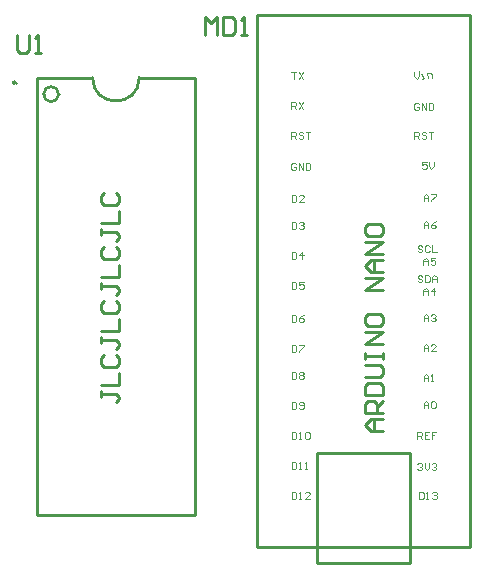
<source format=gto>
%FSTAX23Y23*%
%MOIN*%
%SFA1B1*%

%IPPOS*%
%ADD10C,0.009840*%
%ADD11C,0.010000*%
%ADD12C,0.003940*%
%LNeeprom_programmer-1*%
%LPD*%
G54D10*
X02759Y03155D02*
D01*
D01*
G75*
G03X0275I-00004J0D01*
G74*G01*
D01*
G75*
G03X02759I00004J0D01*
G74*G01*
G54D11*
X03015Y03172D02*
D01*
D01*
G75*
G03X03173I00078J0D01*
G74*G01*
X02902Y03117D02*
D01*
D01*
G75*
G03X02852I-00025J0D01*
G74*G01*
D01*
G75*
G03X02902I00025J0D01*
G74*G01*
X0283Y01715D02*
Y03172D01*
Y01715D02*
X03356D01*
Y03172*
X03173D02*
X03356D01*
X0283D02*
X03015D01*
X03765Y01555D02*
Y0192D01*
Y01555D02*
X04072D01*
Y0192*
X03765D02*
X04072D01*
X03565Y01608D02*
Y0338D01*
Y01608D02*
X04273D01*
Y0338*
X03565D02*
X04273D01*
X03768Y01607D02*
X04068D01*
X03985Y01995D02*
X03945D01*
X03925Y02014*
X03945Y02034*
X03985*
X03955*
Y01995*
X03985Y02054D02*
X03925D01*
Y02084*
X03935Y02094*
X03955*
X03965Y02084*
Y02054*
Y02074D02*
X03985Y02094D01*
X03925Y02114D02*
X03985D01*
Y02144*
X03975Y02154*
X03935*
X03925Y02144*
Y02114*
Y02174D02*
X03975D01*
X03985Y02184*
Y02204*
X03975Y02214*
X03925*
Y02234D02*
Y02254D01*
Y02244*
X03985*
Y02234*
Y02254*
Y02284D02*
X03925D01*
X03985Y02324*
X03925*
Y02374D02*
Y02354D01*
X03935Y02344*
X03975*
X03985Y02354*
Y02374*
X03975Y02384*
X03935*
X03925Y02374*
X03985Y02464D02*
X03925D01*
X03985Y02504*
X03925*
X03985Y02524D02*
X03945D01*
X03925Y02544*
X03945Y02564*
X03985*
X03955*
Y02524*
X03985Y02584D02*
X03925D01*
X03985Y02624*
X03925*
Y02674D02*
Y02654D01*
X03935Y02644*
X03975*
X03985Y02654*
Y02674*
X03975Y02684*
X03935*
X03925Y02674*
X03045Y02129D02*
Y02109D01*
Y02119*
X03095*
X03105Y02109*
Y021*
X03095Y0209*
X03045Y02149D02*
X03105D01*
Y02189*
X03055Y02249D02*
X03045Y02239D01*
Y02219*
X03055Y02209*
X03095*
X03105Y02219*
Y02239*
X03095Y02249*
X03045Y02309D02*
Y02289D01*
Y02299*
X03095*
X03105Y02289*
Y02279*
X03095Y02269*
X03045Y02329D02*
X03105D01*
Y02369*
X03055Y02429D02*
X03045Y02419D01*
Y02399*
X03055Y02389*
X03095*
X03105Y02399*
Y02419*
X03095Y02429*
X03045Y02489D02*
Y02469D01*
Y02479*
X03095*
X03105Y02469*
Y02459*
X03095Y02449*
X03045Y02509D02*
X03105D01*
Y02549*
X03055Y02609D02*
X03045Y02599D01*
Y02579*
X03055Y02569*
X03095*
X03105Y02579*
Y02599*
X03095Y02609*
X03045Y02669D02*
Y02649D01*
Y02659*
X03095*
X03105Y02649*
Y02639*
X03095Y02629*
X03045Y02689D02*
X03105D01*
Y02729*
X03055Y02789D02*
X03045Y02779D01*
Y02759*
X03055Y02749*
X03095*
X03105Y02759*
Y02779*
X03095Y02789*
X02765Y03314D02*
Y03265D01*
X02775Y03255*
X02795*
X02805Y03265*
Y03314*
X02824Y03255D02*
X02844D01*
X02834*
Y03314*
X02824Y03304*
X0339Y03315D02*
Y03374D01*
X0341Y03355*
X0343Y03374*
Y03315*
X0345Y03374D02*
Y03315D01*
X03479*
X03489Y03325*
Y03364*
X03479Y03374*
X0345*
X03509Y03315D02*
X03529D01*
X03519*
Y03374*
X03509Y03364*
G54D12*
X0412Y0216D02*
Y02176D01*
X04127Y02183*
X04135Y02176*
Y0216*
Y02172*
X0412*
X04143Y0216D02*
X04151D01*
X04147*
Y02183*
X04143Y02179*
X04115Y02509D02*
X04111Y02513D01*
X04103*
X041Y02509*
Y02506*
X04103Y02502*
X04111*
X04115Y02498*
Y02494*
X04111Y0249*
X04103*
X041Y02494*
X04123Y02513D02*
Y0249D01*
X04135*
X04139Y02494*
Y02509*
X04135Y02513*
X04123*
X04147Y0249D02*
Y02506D01*
X04155Y02513*
X04162Y02506*
Y0249*
Y02502*
X04147*
X04115Y02609D02*
X04111Y02613D01*
X04103*
X041Y02609*
Y02606*
X04103Y02602*
X04111*
X04115Y02598*
Y02594*
X04111Y0259*
X04103*
X041Y02594*
X04139Y02609D02*
X04135Y02613D01*
X04127*
X04123Y02609*
Y02594*
X04127Y0259*
X04135*
X04139Y02594*
X04147Y02613D02*
Y0259D01*
X04162*
X04103Y01792D02*
Y01768D01*
X04115*
X04119Y01772*
Y01788*
X04115Y01792*
X04103*
X04127Y01768D02*
X04135D01*
X04131*
Y01792*
X04127Y01788*
X04147D02*
X04151Y01792D01*
X04159*
X04162Y01788*
Y01784*
X04159Y0178*
X04155*
X04159*
X04162Y01776*
Y01772*
X04159Y01768*
X04151*
X04147Y01772*
X04098Y01883D02*
X04102Y01887D01*
X0411*
X04114Y01883*
Y01879*
X0411Y01875*
X04106*
X0411*
X04114Y01871*
Y01867*
X0411Y01863*
X04102*
X04098Y01867*
X04122Y01887D02*
Y01871D01*
X0413Y01863*
X04138Y01871*
Y01887*
X04146Y01883D02*
X0415Y01887D01*
X04157*
X04161Y01883*
Y01879*
X04157Y01875*
X04154*
X04157*
X04161Y01871*
Y01867*
X04157Y01863*
X0415*
X04146Y01867*
X04098Y01968D02*
Y01992D01*
X0411*
X04114Y01988*
Y0198*
X0411Y01976*
X04098*
X04106D02*
X04114Y01968D01*
X04138Y01992D02*
X04122D01*
Y01968*
X04138*
X04122Y0198D02*
X0413D01*
X04161Y01992D02*
X04146D01*
Y0198*
X04154*
X04146*
Y01968*
X0412Y0207D02*
Y02086D01*
X04127Y02093*
X04135Y02086*
Y0207*
Y02082*
X0412*
X04143Y02089D02*
X04147Y02093D01*
X04155*
X04159Y02089*
Y02074*
X04155Y0207*
X04147*
X04143Y02074*
Y02089*
X0412Y0226D02*
Y02276D01*
X04127Y02283*
X04135Y02276*
Y0226*
Y02272*
X0412*
X04159Y0226D02*
X04143D01*
X04159Y02276*
Y02279*
X04155Y02283*
X04147*
X04143Y02279*
X0412Y0236D02*
Y02376D01*
X04127Y02383*
X04135Y02376*
Y0236*
Y02372*
X0412*
X04143Y02379D02*
X04147Y02383D01*
X04155*
X04159Y02379*
Y02376*
X04155Y02372*
X04151*
X04155*
X04159Y02368*
Y02364*
X04155Y0236*
X04147*
X04143Y02364*
X04118Y02448D02*
Y02464D01*
X04126Y02472*
X04134Y02464*
Y02448*
Y0246*
X04118*
X04154Y02448D02*
Y02472D01*
X04142Y0246*
X04158*
X04118Y02548D02*
Y02564D01*
X04126Y02572*
X04134Y02564*
Y02548*
Y0256*
X04118*
X04158Y02572D02*
X04142D01*
Y0256*
X0415Y02564*
X04154*
X04158Y0256*
Y02552*
X04154Y02548*
X04146*
X04142Y02552*
X0412Y0267D02*
Y02686D01*
X04127Y02693*
X04135Y02686*
Y0267*
Y02682*
X0412*
X04159Y02693D02*
X04151Y02689D01*
X04143Y02682*
Y02674*
X04147Y0267*
X04155*
X04159Y02674*
Y02678*
X04155Y02682*
X04143*
X0412Y0276D02*
Y02776D01*
X04127Y02783*
X04135Y02776*
Y0276*
Y02772*
X0412*
X04143Y02783D02*
X04159D01*
Y02779*
X04143Y02764*
Y0276*
X04129Y02892D02*
X04113D01*
Y0288*
X04121Y02884*
X04125*
X04129Y0288*
Y02872*
X04125Y02868*
X04117*
X04113Y02872*
X04137Y02892D02*
Y02876D01*
X04145Y02868*
X04153Y02876*
Y02892*
X04088Y02968D02*
Y02992D01*
X041*
X04104Y02988*
Y0298*
X041Y02976*
X04088*
X04096D02*
X04104Y02968D01*
X04128Y02988D02*
X04124Y02992D01*
X04116*
X04112Y02988*
Y02984*
X04116Y0298*
X04124*
X04128Y02976*
Y02972*
X04124Y02968*
X04116*
X04112Y02972*
X04136Y02992D02*
X04151D01*
X04144*
Y02968*
X04104Y03083D02*
X041Y03087D01*
X04092*
X04088Y03083*
Y03067*
X04092Y03063*
X041*
X04104Y03067*
Y03075*
X04096*
X04112Y03063D02*
Y03087D01*
X04128Y03063*
Y03087*
X04136D02*
Y03063D01*
X04147*
X04151Y03067*
Y03083*
X04147Y03087*
X04136*
X04087Y03192D02*
X04088Y03176D01*
X04096Y03169*
X04104Y03177*
X04103Y03193*
X04112Y03169D02*
X0412Y0317D01*
X04116Y0317*
X04115Y03185*
X04111Y03185*
X04132Y0317D02*
X04131Y03186D01*
X04143Y03186*
X04147Y03182*
X04147Y03171*
X0368Y01791D02*
Y01768D01*
X03691*
X03695Y01772*
Y01787*
X03691Y01791*
X0368*
X03703Y01768D02*
X03711D01*
X03707*
Y01791*
X03703Y01787*
X03739Y01768D02*
X03723D01*
X03739Y01783*
Y01787*
X03735Y01791*
X03727*
X03723Y01787*
X0368Y01891D02*
Y01868D01*
X03691*
X03695Y01872*
Y01887*
X03691Y01891*
X0368*
X03703Y01868D02*
X03711D01*
X03707*
Y01891*
X03703Y01887*
X03723Y01868D02*
X03731D01*
X03727*
Y01891*
X03723Y01887*
X0368Y01991D02*
Y01968D01*
X03691*
X03695Y01972*
Y01987*
X03691Y01991*
X0368*
X03703Y01968D02*
X03711D01*
X03707*
Y01991*
X03703Y01987*
X03723D02*
X03727Y01991D01*
X03735*
X03739Y01987*
Y01972*
X03735Y01968*
X03727*
X03723Y01972*
Y01987*
X0368Y02091D02*
Y02068D01*
X03691*
X03695Y02072*
Y02087*
X03691Y02091*
X0368*
X03703Y02072D02*
X03707Y02068D01*
X03715*
X03719Y02072*
Y02087*
X03715Y02091*
X03707*
X03703Y02087*
Y02083*
X03707Y0208*
X03719*
X0368Y02191D02*
Y02168D01*
X03691*
X03695Y02172*
Y02187*
X03691Y02191*
X0368*
X03703Y02187D02*
X03707Y02191D01*
X03715*
X03719Y02187*
Y02183*
X03715Y0218*
X03719Y02176*
Y02172*
X03715Y02168*
X03707*
X03703Y02172*
Y02176*
X03707Y0218*
X03703Y02183*
Y02187*
X03707Y0218D02*
X03715D01*
X0368Y02281D02*
Y02258D01*
X03691*
X03695Y02262*
Y02277*
X03691Y02281*
X0368*
X03703D02*
X03719D01*
Y02277*
X03703Y02262*
Y02258*
X0368Y02381D02*
Y02358D01*
X03691*
X03695Y02362*
Y02377*
X03691Y02381*
X0368*
X03719D02*
X03711Y02377D01*
X03703Y0237*
Y02362*
X03707Y02358*
X03715*
X03719Y02362*
Y02366*
X03715Y0237*
X03703*
X0368Y02491D02*
Y02468D01*
X03691*
X03695Y02472*
Y02487*
X03691Y02491*
X0368*
X03719D02*
X03703D01*
Y0248*
X03711Y02483*
X03715*
X03719Y0248*
Y02472*
X03715Y02468*
X03707*
X03703Y02472*
X0368Y02591D02*
Y02568D01*
X03691*
X03695Y02572*
Y02587*
X03691Y02591*
X0368*
X03715Y02568D02*
Y02591D01*
X03703Y0258*
X03719*
X0368Y02691D02*
Y02668D01*
X03691*
X03695Y02672*
Y02687*
X03691Y02691*
X0368*
X03703Y02687D02*
X03707Y02691D01*
X03715*
X03719Y02687*
Y02683*
X03715Y0268*
X03711*
X03715*
X03719Y02676*
Y02672*
X03715Y02668*
X03707*
X03703Y02672*
X0368Y02781D02*
Y02758D01*
X03691*
X03695Y02762*
Y02777*
X03691Y02781*
X0368*
X03719Y02758D02*
X03703D01*
X03719Y02773*
Y02777*
X03715Y02781*
X03707*
X03703Y02777*
X03694Y02883D02*
X0369Y02887D01*
X03682*
X03678Y02883*
Y02867*
X03682Y02863*
X0369*
X03694Y02867*
Y02875*
X03686*
X03702Y02863D02*
Y02887D01*
X03718Y02863*
Y02887*
X03726D02*
Y02863D01*
X03737*
X03741Y02867*
Y02883*
X03737Y02887*
X03726*
X03678Y02968D02*
Y02992D01*
X0369*
X03694Y02988*
Y0298*
X0369Y02976*
X03678*
X03686D02*
X03694Y02968D01*
X03718Y02988D02*
X03714Y02992D01*
X03706*
X03702Y02988*
Y02984*
X03706Y0298*
X03714*
X03718Y02976*
Y02972*
X03714Y02968*
X03706*
X03702Y02972*
X03726Y02992D02*
X03741D01*
X03734*
Y02968*
X03678Y03192D02*
X03694D01*
X03686*
Y03168*
X03702Y03192D02*
X03718Y03168D01*
Y03192D02*
X03702Y03168D01*
X03678Y03068D02*
Y03092D01*
X0369*
X03694Y03088*
Y0308*
X0369Y03076*
X03678*
X03686D02*
X03694Y03068D01*
X03702Y03092D02*
X03718Y03068D01*
Y03092D02*
X03702Y03068D01*
M02*
</source>
